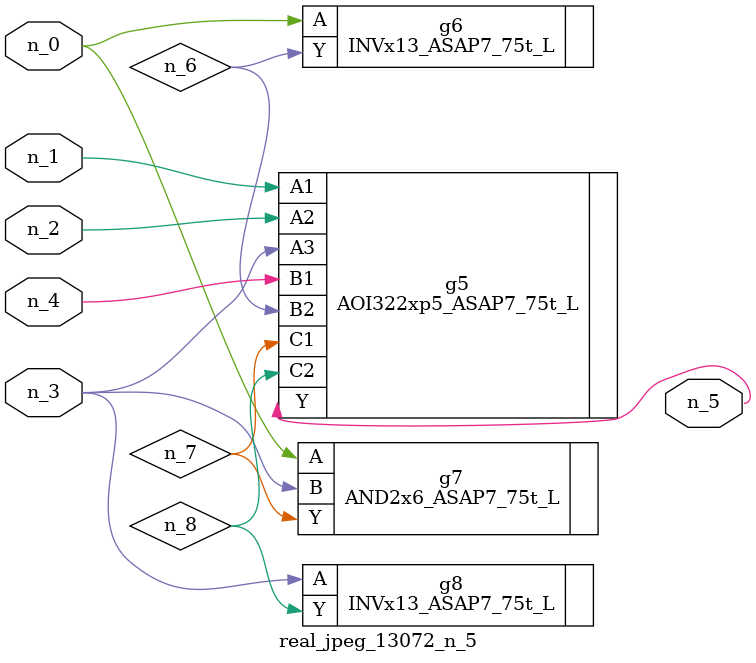
<source format=v>
module real_jpeg_13072_n_5 (n_4, n_0, n_1, n_2, n_3, n_5);

input n_4;
input n_0;
input n_1;
input n_2;
input n_3;

output n_5;

wire n_8;
wire n_6;
wire n_7;

INVx13_ASAP7_75t_L g6 ( 
.A(n_0),
.Y(n_6)
);

AND2x6_ASAP7_75t_L g7 ( 
.A(n_0),
.B(n_3),
.Y(n_7)
);

AOI322xp5_ASAP7_75t_L g5 ( 
.A1(n_1),
.A2(n_2),
.A3(n_3),
.B1(n_4),
.B2(n_6),
.C1(n_7),
.C2(n_8),
.Y(n_5)
);

INVx13_ASAP7_75t_L g8 ( 
.A(n_3),
.Y(n_8)
);


endmodule
</source>
